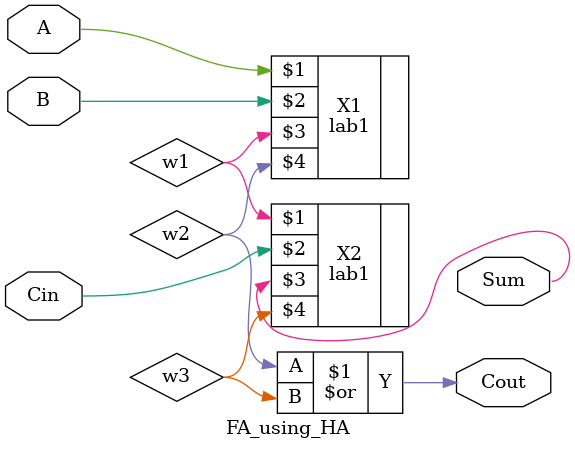
<source format=v>
`timescale 1ns / 1ps


module FA_using_HA(
    input A,
    input B,
    input Cin,
    output Sum,
    output Cout
    );
    
wire w1,w2,w3;    
lab1 X1(A,B,w1,w2);
lab1 X2(w1,Cin,Sum,w3);
or(Cout,w2,w3);  
    
endmodule

</source>
